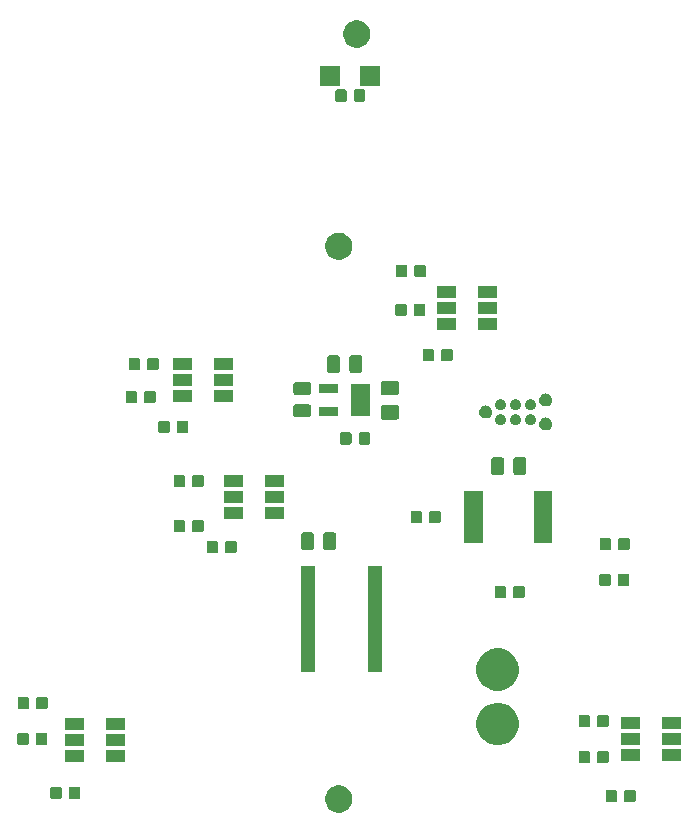
<source format=gts>
G04 #@! TF.GenerationSoftware,KiCad,Pcbnew,5.0.1*
G04 #@! TF.CreationDate,2018-12-05T15:45:31-06:00*
G04 #@! TF.ProjectId,chrimbus,636872696D6275732E6B696361645F70,rev?*
G04 #@! TF.SameCoordinates,Original*
G04 #@! TF.FileFunction,Soldermask,Top*
G04 #@! TF.FilePolarity,Negative*
%FSLAX46Y46*%
G04 Gerber Fmt 4.6, Leading zero omitted, Abs format (unit mm)*
G04 Created by KiCad (PCBNEW 5.0.1) date Wed 05 Dec 2018 03:45:31 PM CST*
%MOMM*%
%LPD*%
G01*
G04 APERTURE LIST*
%ADD10C,0.100000*%
G04 APERTURE END LIST*
D10*
G36*
X165943734Y-121067232D02*
X166153202Y-121153996D01*
X166341723Y-121279962D01*
X166502038Y-121440277D01*
X166628004Y-121628798D01*
X166714768Y-121838266D01*
X166759000Y-122060635D01*
X166759000Y-122287365D01*
X166714768Y-122509734D01*
X166628004Y-122719202D01*
X166502038Y-122907723D01*
X166341723Y-123068038D01*
X166153202Y-123194004D01*
X165943734Y-123280768D01*
X165721365Y-123325000D01*
X165494635Y-123325000D01*
X165272266Y-123280768D01*
X165062798Y-123194004D01*
X164874277Y-123068038D01*
X164713962Y-122907723D01*
X164587996Y-122719202D01*
X164501232Y-122509734D01*
X164457000Y-122287365D01*
X164457000Y-122060635D01*
X164501232Y-121838266D01*
X164587996Y-121628798D01*
X164713962Y-121440277D01*
X164874277Y-121279962D01*
X165062798Y-121153996D01*
X165272266Y-121067232D01*
X165494635Y-121023000D01*
X165721365Y-121023000D01*
X165943734Y-121067232D01*
X165943734Y-121067232D01*
G37*
G36*
X190613591Y-121398085D02*
X190647569Y-121408393D01*
X190678887Y-121425133D01*
X190706339Y-121447661D01*
X190728867Y-121475113D01*
X190745607Y-121506431D01*
X190755915Y-121540409D01*
X190760000Y-121581890D01*
X190760000Y-122258110D01*
X190755915Y-122299591D01*
X190745607Y-122333569D01*
X190728867Y-122364887D01*
X190706339Y-122392339D01*
X190678887Y-122414867D01*
X190647569Y-122431607D01*
X190613591Y-122441915D01*
X190572110Y-122446000D01*
X189970890Y-122446000D01*
X189929409Y-122441915D01*
X189895431Y-122431607D01*
X189864113Y-122414867D01*
X189836661Y-122392339D01*
X189814133Y-122364887D01*
X189797393Y-122333569D01*
X189787085Y-122299591D01*
X189783000Y-122258110D01*
X189783000Y-121581890D01*
X189787085Y-121540409D01*
X189797393Y-121506431D01*
X189814133Y-121475113D01*
X189836661Y-121447661D01*
X189864113Y-121425133D01*
X189895431Y-121408393D01*
X189929409Y-121398085D01*
X189970890Y-121394000D01*
X190572110Y-121394000D01*
X190613591Y-121398085D01*
X190613591Y-121398085D01*
G37*
G36*
X189038591Y-121398085D02*
X189072569Y-121408393D01*
X189103887Y-121425133D01*
X189131339Y-121447661D01*
X189153867Y-121475113D01*
X189170607Y-121506431D01*
X189180915Y-121540409D01*
X189185000Y-121581890D01*
X189185000Y-122258110D01*
X189180915Y-122299591D01*
X189170607Y-122333569D01*
X189153867Y-122364887D01*
X189131339Y-122392339D01*
X189103887Y-122414867D01*
X189072569Y-122431607D01*
X189038591Y-122441915D01*
X188997110Y-122446000D01*
X188395890Y-122446000D01*
X188354409Y-122441915D01*
X188320431Y-122431607D01*
X188289113Y-122414867D01*
X188261661Y-122392339D01*
X188239133Y-122364887D01*
X188222393Y-122333569D01*
X188212085Y-122299591D01*
X188208000Y-122258110D01*
X188208000Y-121581890D01*
X188212085Y-121540409D01*
X188222393Y-121506431D01*
X188239133Y-121475113D01*
X188261661Y-121447661D01*
X188289113Y-121425133D01*
X188320431Y-121408393D01*
X188354409Y-121398085D01*
X188395890Y-121394000D01*
X188997110Y-121394000D01*
X189038591Y-121398085D01*
X189038591Y-121398085D01*
G37*
G36*
X143598091Y-121144085D02*
X143632069Y-121154393D01*
X143663387Y-121171133D01*
X143690839Y-121193661D01*
X143713367Y-121221113D01*
X143730107Y-121252431D01*
X143740415Y-121286409D01*
X143744500Y-121327890D01*
X143744500Y-122004110D01*
X143740415Y-122045591D01*
X143730107Y-122079569D01*
X143713367Y-122110887D01*
X143690839Y-122138339D01*
X143663387Y-122160867D01*
X143632069Y-122177607D01*
X143598091Y-122187915D01*
X143556610Y-122192000D01*
X142955390Y-122192000D01*
X142913909Y-122187915D01*
X142879931Y-122177607D01*
X142848613Y-122160867D01*
X142821161Y-122138339D01*
X142798633Y-122110887D01*
X142781893Y-122079569D01*
X142771585Y-122045591D01*
X142767500Y-122004110D01*
X142767500Y-121327890D01*
X142771585Y-121286409D01*
X142781893Y-121252431D01*
X142798633Y-121221113D01*
X142821161Y-121193661D01*
X142848613Y-121171133D01*
X142879931Y-121154393D01*
X142913909Y-121144085D01*
X142955390Y-121140000D01*
X143556610Y-121140000D01*
X143598091Y-121144085D01*
X143598091Y-121144085D01*
G37*
G36*
X142023091Y-121144085D02*
X142057069Y-121154393D01*
X142088387Y-121171133D01*
X142115839Y-121193661D01*
X142138367Y-121221113D01*
X142155107Y-121252431D01*
X142165415Y-121286409D01*
X142169500Y-121327890D01*
X142169500Y-122004110D01*
X142165415Y-122045591D01*
X142155107Y-122079569D01*
X142138367Y-122110887D01*
X142115839Y-122138339D01*
X142088387Y-122160867D01*
X142057069Y-122177607D01*
X142023091Y-122187915D01*
X141981610Y-122192000D01*
X141380390Y-122192000D01*
X141338909Y-122187915D01*
X141304931Y-122177607D01*
X141273613Y-122160867D01*
X141246161Y-122138339D01*
X141223633Y-122110887D01*
X141206893Y-122079569D01*
X141196585Y-122045591D01*
X141192500Y-122004110D01*
X141192500Y-121327890D01*
X141196585Y-121286409D01*
X141206893Y-121252431D01*
X141223633Y-121221113D01*
X141246161Y-121193661D01*
X141273613Y-121171133D01*
X141304931Y-121154393D01*
X141338909Y-121144085D01*
X141380390Y-121140000D01*
X141981610Y-121140000D01*
X142023091Y-121144085D01*
X142023091Y-121144085D01*
G37*
G36*
X186752591Y-118096085D02*
X186786569Y-118106393D01*
X186817887Y-118123133D01*
X186845339Y-118145661D01*
X186867867Y-118173113D01*
X186884607Y-118204431D01*
X186894915Y-118238409D01*
X186899000Y-118279890D01*
X186899000Y-118956110D01*
X186894915Y-118997591D01*
X186884607Y-119031569D01*
X186867867Y-119062887D01*
X186845339Y-119090339D01*
X186817887Y-119112867D01*
X186786569Y-119129607D01*
X186752591Y-119139915D01*
X186711110Y-119144000D01*
X186109890Y-119144000D01*
X186068409Y-119139915D01*
X186034431Y-119129607D01*
X186003113Y-119112867D01*
X185975661Y-119090339D01*
X185953133Y-119062887D01*
X185936393Y-119031569D01*
X185926085Y-118997591D01*
X185922000Y-118956110D01*
X185922000Y-118279890D01*
X185926085Y-118238409D01*
X185936393Y-118204431D01*
X185953133Y-118173113D01*
X185975661Y-118145661D01*
X186003113Y-118123133D01*
X186034431Y-118106393D01*
X186068409Y-118096085D01*
X186109890Y-118092000D01*
X186711110Y-118092000D01*
X186752591Y-118096085D01*
X186752591Y-118096085D01*
G37*
G36*
X188327591Y-118096085D02*
X188361569Y-118106393D01*
X188392887Y-118123133D01*
X188420339Y-118145661D01*
X188442867Y-118173113D01*
X188459607Y-118204431D01*
X188469915Y-118238409D01*
X188474000Y-118279890D01*
X188474000Y-118956110D01*
X188469915Y-118997591D01*
X188459607Y-119031569D01*
X188442867Y-119062887D01*
X188420339Y-119090339D01*
X188392887Y-119112867D01*
X188361569Y-119129607D01*
X188327591Y-119139915D01*
X188286110Y-119144000D01*
X187684890Y-119144000D01*
X187643409Y-119139915D01*
X187609431Y-119129607D01*
X187578113Y-119112867D01*
X187550661Y-119090339D01*
X187528133Y-119062887D01*
X187511393Y-119031569D01*
X187501085Y-118997591D01*
X187497000Y-118956110D01*
X187497000Y-118279890D01*
X187501085Y-118238409D01*
X187511393Y-118204431D01*
X187528133Y-118173113D01*
X187550661Y-118145661D01*
X187578113Y-118123133D01*
X187609431Y-118106393D01*
X187643409Y-118096085D01*
X187684890Y-118092000D01*
X188286110Y-118092000D01*
X188327591Y-118096085D01*
X188327591Y-118096085D01*
G37*
G36*
X144057000Y-119025000D02*
X142455000Y-119025000D01*
X142455000Y-118023000D01*
X144057000Y-118023000D01*
X144057000Y-119025000D01*
X144057000Y-119025000D01*
G37*
G36*
X147557000Y-119025000D02*
X145955000Y-119025000D01*
X145955000Y-118023000D01*
X147557000Y-118023000D01*
X147557000Y-119025000D01*
X147557000Y-119025000D01*
G37*
G36*
X191103000Y-118945000D02*
X189501000Y-118945000D01*
X189501000Y-117943000D01*
X191103000Y-117943000D01*
X191103000Y-118945000D01*
X191103000Y-118945000D01*
G37*
G36*
X194603000Y-118945000D02*
X193001000Y-118945000D01*
X193001000Y-117943000D01*
X194603000Y-117943000D01*
X194603000Y-118945000D01*
X194603000Y-118945000D01*
G37*
G36*
X147557000Y-117675000D02*
X145955000Y-117675000D01*
X145955000Y-116673000D01*
X147557000Y-116673000D01*
X147557000Y-117675000D01*
X147557000Y-117675000D01*
G37*
G36*
X144057000Y-117675000D02*
X142455000Y-117675000D01*
X142455000Y-116673000D01*
X144057000Y-116673000D01*
X144057000Y-117675000D01*
X144057000Y-117675000D01*
G37*
G36*
X179595331Y-114092211D02*
X179923092Y-114227974D01*
X180218073Y-114425074D01*
X180468926Y-114675927D01*
X180666026Y-114970908D01*
X180801789Y-115298669D01*
X180871000Y-115646616D01*
X180871000Y-116001384D01*
X180801789Y-116349331D01*
X180666026Y-116677092D01*
X180468926Y-116972073D01*
X180218073Y-117222926D01*
X179923092Y-117420026D01*
X179595331Y-117555789D01*
X179247384Y-117625000D01*
X178892616Y-117625000D01*
X178544669Y-117555789D01*
X178216908Y-117420026D01*
X177921927Y-117222926D01*
X177671074Y-116972073D01*
X177473974Y-116677092D01*
X177338211Y-116349331D01*
X177269000Y-116001384D01*
X177269000Y-115646616D01*
X177338211Y-115298669D01*
X177473974Y-114970908D01*
X177671074Y-114675927D01*
X177921927Y-114425074D01*
X178216908Y-114227974D01*
X178544669Y-114092211D01*
X178892616Y-114023000D01*
X179247384Y-114023000D01*
X179595331Y-114092211D01*
X179595331Y-114092211D01*
G37*
G36*
X140804091Y-116572085D02*
X140838069Y-116582393D01*
X140869387Y-116599133D01*
X140896839Y-116621661D01*
X140919367Y-116649113D01*
X140936107Y-116680431D01*
X140946415Y-116714409D01*
X140950500Y-116755890D01*
X140950500Y-117432110D01*
X140946415Y-117473591D01*
X140936107Y-117507569D01*
X140919367Y-117538887D01*
X140896839Y-117566339D01*
X140869387Y-117588867D01*
X140838069Y-117605607D01*
X140804091Y-117615915D01*
X140762610Y-117620000D01*
X140161390Y-117620000D01*
X140119909Y-117615915D01*
X140085931Y-117605607D01*
X140054613Y-117588867D01*
X140027161Y-117566339D01*
X140004633Y-117538887D01*
X139987893Y-117507569D01*
X139977585Y-117473591D01*
X139973500Y-117432110D01*
X139973500Y-116755890D01*
X139977585Y-116714409D01*
X139987893Y-116680431D01*
X140004633Y-116649113D01*
X140027161Y-116621661D01*
X140054613Y-116599133D01*
X140085931Y-116582393D01*
X140119909Y-116572085D01*
X140161390Y-116568000D01*
X140762610Y-116568000D01*
X140804091Y-116572085D01*
X140804091Y-116572085D01*
G37*
G36*
X139229091Y-116572085D02*
X139263069Y-116582393D01*
X139294387Y-116599133D01*
X139321839Y-116621661D01*
X139344367Y-116649113D01*
X139361107Y-116680431D01*
X139371415Y-116714409D01*
X139375500Y-116755890D01*
X139375500Y-117432110D01*
X139371415Y-117473591D01*
X139361107Y-117507569D01*
X139344367Y-117538887D01*
X139321839Y-117566339D01*
X139294387Y-117588867D01*
X139263069Y-117605607D01*
X139229091Y-117615915D01*
X139187610Y-117620000D01*
X138586390Y-117620000D01*
X138544909Y-117615915D01*
X138510931Y-117605607D01*
X138479613Y-117588867D01*
X138452161Y-117566339D01*
X138429633Y-117538887D01*
X138412893Y-117507569D01*
X138402585Y-117473591D01*
X138398500Y-117432110D01*
X138398500Y-116755890D01*
X138402585Y-116714409D01*
X138412893Y-116680431D01*
X138429633Y-116649113D01*
X138452161Y-116621661D01*
X138479613Y-116599133D01*
X138510931Y-116582393D01*
X138544909Y-116572085D01*
X138586390Y-116568000D01*
X139187610Y-116568000D01*
X139229091Y-116572085D01*
X139229091Y-116572085D01*
G37*
G36*
X194603000Y-117595000D02*
X193001000Y-117595000D01*
X193001000Y-116593000D01*
X194603000Y-116593000D01*
X194603000Y-117595000D01*
X194603000Y-117595000D01*
G37*
G36*
X191103000Y-117595000D02*
X189501000Y-117595000D01*
X189501000Y-116593000D01*
X191103000Y-116593000D01*
X191103000Y-117595000D01*
X191103000Y-117595000D01*
G37*
G36*
X144057000Y-116325000D02*
X142455000Y-116325000D01*
X142455000Y-115323000D01*
X144057000Y-115323000D01*
X144057000Y-116325000D01*
X144057000Y-116325000D01*
G37*
G36*
X147557000Y-116325000D02*
X145955000Y-116325000D01*
X145955000Y-115323000D01*
X147557000Y-115323000D01*
X147557000Y-116325000D01*
X147557000Y-116325000D01*
G37*
G36*
X194603000Y-116245000D02*
X193001000Y-116245000D01*
X193001000Y-115243000D01*
X194603000Y-115243000D01*
X194603000Y-116245000D01*
X194603000Y-116245000D01*
G37*
G36*
X191103000Y-116245000D02*
X189501000Y-116245000D01*
X189501000Y-115243000D01*
X191103000Y-115243000D01*
X191103000Y-116245000D01*
X191103000Y-116245000D01*
G37*
G36*
X186752591Y-115048085D02*
X186786569Y-115058393D01*
X186817887Y-115075133D01*
X186845339Y-115097661D01*
X186867867Y-115125113D01*
X186884607Y-115156431D01*
X186894915Y-115190409D01*
X186899000Y-115231890D01*
X186899000Y-115908110D01*
X186894915Y-115949591D01*
X186884607Y-115983569D01*
X186867867Y-116014887D01*
X186845339Y-116042339D01*
X186817887Y-116064867D01*
X186786569Y-116081607D01*
X186752591Y-116091915D01*
X186711110Y-116096000D01*
X186109890Y-116096000D01*
X186068409Y-116091915D01*
X186034431Y-116081607D01*
X186003113Y-116064867D01*
X185975661Y-116042339D01*
X185953133Y-116014887D01*
X185936393Y-115983569D01*
X185926085Y-115949591D01*
X185922000Y-115908110D01*
X185922000Y-115231890D01*
X185926085Y-115190409D01*
X185936393Y-115156431D01*
X185953133Y-115125113D01*
X185975661Y-115097661D01*
X186003113Y-115075133D01*
X186034431Y-115058393D01*
X186068409Y-115048085D01*
X186109890Y-115044000D01*
X186711110Y-115044000D01*
X186752591Y-115048085D01*
X186752591Y-115048085D01*
G37*
G36*
X188327591Y-115048085D02*
X188361569Y-115058393D01*
X188392887Y-115075133D01*
X188420339Y-115097661D01*
X188442867Y-115125113D01*
X188459607Y-115156431D01*
X188469915Y-115190409D01*
X188474000Y-115231890D01*
X188474000Y-115908110D01*
X188469915Y-115949591D01*
X188459607Y-115983569D01*
X188442867Y-116014887D01*
X188420339Y-116042339D01*
X188392887Y-116064867D01*
X188361569Y-116081607D01*
X188327591Y-116091915D01*
X188286110Y-116096000D01*
X187684890Y-116096000D01*
X187643409Y-116091915D01*
X187609431Y-116081607D01*
X187578113Y-116064867D01*
X187550661Y-116042339D01*
X187528133Y-116014887D01*
X187511393Y-115983569D01*
X187501085Y-115949591D01*
X187497000Y-115908110D01*
X187497000Y-115231890D01*
X187501085Y-115190409D01*
X187511393Y-115156431D01*
X187528133Y-115125113D01*
X187550661Y-115097661D01*
X187578113Y-115075133D01*
X187609431Y-115058393D01*
X187643409Y-115048085D01*
X187684890Y-115044000D01*
X188286110Y-115044000D01*
X188327591Y-115048085D01*
X188327591Y-115048085D01*
G37*
G36*
X140829591Y-113524085D02*
X140863569Y-113534393D01*
X140894887Y-113551133D01*
X140922339Y-113573661D01*
X140944867Y-113601113D01*
X140961607Y-113632431D01*
X140971915Y-113666409D01*
X140976000Y-113707890D01*
X140976000Y-114384110D01*
X140971915Y-114425591D01*
X140961607Y-114459569D01*
X140944867Y-114490887D01*
X140922339Y-114518339D01*
X140894887Y-114540867D01*
X140863569Y-114557607D01*
X140829591Y-114567915D01*
X140788110Y-114572000D01*
X140186890Y-114572000D01*
X140145409Y-114567915D01*
X140111431Y-114557607D01*
X140080113Y-114540867D01*
X140052661Y-114518339D01*
X140030133Y-114490887D01*
X140013393Y-114459569D01*
X140003085Y-114425591D01*
X139999000Y-114384110D01*
X139999000Y-113707890D01*
X140003085Y-113666409D01*
X140013393Y-113632431D01*
X140030133Y-113601113D01*
X140052661Y-113573661D01*
X140080113Y-113551133D01*
X140111431Y-113534393D01*
X140145409Y-113524085D01*
X140186890Y-113520000D01*
X140788110Y-113520000D01*
X140829591Y-113524085D01*
X140829591Y-113524085D01*
G37*
G36*
X139254591Y-113524085D02*
X139288569Y-113534393D01*
X139319887Y-113551133D01*
X139347339Y-113573661D01*
X139369867Y-113601113D01*
X139386607Y-113632431D01*
X139396915Y-113666409D01*
X139401000Y-113707890D01*
X139401000Y-114384110D01*
X139396915Y-114425591D01*
X139386607Y-114459569D01*
X139369867Y-114490887D01*
X139347339Y-114518339D01*
X139319887Y-114540867D01*
X139288569Y-114557607D01*
X139254591Y-114567915D01*
X139213110Y-114572000D01*
X138611890Y-114572000D01*
X138570409Y-114567915D01*
X138536431Y-114557607D01*
X138505113Y-114540867D01*
X138477661Y-114518339D01*
X138455133Y-114490887D01*
X138438393Y-114459569D01*
X138428085Y-114425591D01*
X138424000Y-114384110D01*
X138424000Y-113707890D01*
X138428085Y-113666409D01*
X138438393Y-113632431D01*
X138455133Y-113601113D01*
X138477661Y-113573661D01*
X138505113Y-113551133D01*
X138536431Y-113534393D01*
X138570409Y-113524085D01*
X138611890Y-113520000D01*
X139213110Y-113520000D01*
X139254591Y-113524085D01*
X139254591Y-113524085D01*
G37*
G36*
X179595331Y-109492211D02*
X179923092Y-109627974D01*
X180218073Y-109825074D01*
X180468926Y-110075927D01*
X180666026Y-110370908D01*
X180801789Y-110698669D01*
X180871000Y-111046616D01*
X180871000Y-111401384D01*
X180801789Y-111749331D01*
X180666026Y-112077092D01*
X180468926Y-112372073D01*
X180218073Y-112622926D01*
X179923092Y-112820026D01*
X179595331Y-112955789D01*
X179247384Y-113025000D01*
X178892616Y-113025000D01*
X178544669Y-112955789D01*
X178216908Y-112820026D01*
X177921927Y-112622926D01*
X177671074Y-112372073D01*
X177473974Y-112077092D01*
X177338211Y-111749331D01*
X177269000Y-111401384D01*
X177269000Y-111046616D01*
X177338211Y-110698669D01*
X177473974Y-110370908D01*
X177671074Y-110075927D01*
X177921927Y-109825074D01*
X178216908Y-109627974D01*
X178544669Y-109492211D01*
X178892616Y-109423000D01*
X179247384Y-109423000D01*
X179595331Y-109492211D01*
X179595331Y-109492211D01*
G37*
G36*
X163613000Y-111410000D02*
X162411000Y-111410000D01*
X162411000Y-102458000D01*
X163613000Y-102458000D01*
X163613000Y-111410000D01*
X163613000Y-111410000D01*
G37*
G36*
X169313000Y-111410000D02*
X168111000Y-111410000D01*
X168111000Y-102458000D01*
X169313000Y-102458000D01*
X169313000Y-111410000D01*
X169313000Y-111410000D01*
G37*
G36*
X181215591Y-104126085D02*
X181249569Y-104136393D01*
X181280887Y-104153133D01*
X181308339Y-104175661D01*
X181330867Y-104203113D01*
X181347607Y-104234431D01*
X181357915Y-104268409D01*
X181362000Y-104309890D01*
X181362000Y-104986110D01*
X181357915Y-105027591D01*
X181347607Y-105061569D01*
X181330867Y-105092887D01*
X181308339Y-105120339D01*
X181280887Y-105142867D01*
X181249569Y-105159607D01*
X181215591Y-105169915D01*
X181174110Y-105174000D01*
X180572890Y-105174000D01*
X180531409Y-105169915D01*
X180497431Y-105159607D01*
X180466113Y-105142867D01*
X180438661Y-105120339D01*
X180416133Y-105092887D01*
X180399393Y-105061569D01*
X180389085Y-105027591D01*
X180385000Y-104986110D01*
X180385000Y-104309890D01*
X180389085Y-104268409D01*
X180399393Y-104234431D01*
X180416133Y-104203113D01*
X180438661Y-104175661D01*
X180466113Y-104153133D01*
X180497431Y-104136393D01*
X180531409Y-104126085D01*
X180572890Y-104122000D01*
X181174110Y-104122000D01*
X181215591Y-104126085D01*
X181215591Y-104126085D01*
G37*
G36*
X179640591Y-104126085D02*
X179674569Y-104136393D01*
X179705887Y-104153133D01*
X179733339Y-104175661D01*
X179755867Y-104203113D01*
X179772607Y-104234431D01*
X179782915Y-104268409D01*
X179787000Y-104309890D01*
X179787000Y-104986110D01*
X179782915Y-105027591D01*
X179772607Y-105061569D01*
X179755867Y-105092887D01*
X179733339Y-105120339D01*
X179705887Y-105142867D01*
X179674569Y-105159607D01*
X179640591Y-105169915D01*
X179599110Y-105174000D01*
X178997890Y-105174000D01*
X178956409Y-105169915D01*
X178922431Y-105159607D01*
X178891113Y-105142867D01*
X178863661Y-105120339D01*
X178841133Y-105092887D01*
X178824393Y-105061569D01*
X178814085Y-105027591D01*
X178810000Y-104986110D01*
X178810000Y-104309890D01*
X178814085Y-104268409D01*
X178824393Y-104234431D01*
X178841133Y-104203113D01*
X178863661Y-104175661D01*
X178891113Y-104153133D01*
X178922431Y-104136393D01*
X178956409Y-104126085D01*
X178997890Y-104122000D01*
X179599110Y-104122000D01*
X179640591Y-104126085D01*
X179640591Y-104126085D01*
G37*
G36*
X190080091Y-103110085D02*
X190114069Y-103120393D01*
X190145387Y-103137133D01*
X190172839Y-103159661D01*
X190195367Y-103187113D01*
X190212107Y-103218431D01*
X190222415Y-103252409D01*
X190226500Y-103293890D01*
X190226500Y-103970110D01*
X190222415Y-104011591D01*
X190212107Y-104045569D01*
X190195367Y-104076887D01*
X190172839Y-104104339D01*
X190145387Y-104126867D01*
X190114069Y-104143607D01*
X190080091Y-104153915D01*
X190038610Y-104158000D01*
X189437390Y-104158000D01*
X189395909Y-104153915D01*
X189361931Y-104143607D01*
X189330613Y-104126867D01*
X189303161Y-104104339D01*
X189280633Y-104076887D01*
X189263893Y-104045569D01*
X189253585Y-104011591D01*
X189249500Y-103970110D01*
X189249500Y-103293890D01*
X189253585Y-103252409D01*
X189263893Y-103218431D01*
X189280633Y-103187113D01*
X189303161Y-103159661D01*
X189330613Y-103137133D01*
X189361931Y-103120393D01*
X189395909Y-103110085D01*
X189437390Y-103106000D01*
X190038610Y-103106000D01*
X190080091Y-103110085D01*
X190080091Y-103110085D01*
G37*
G36*
X188505091Y-103110085D02*
X188539069Y-103120393D01*
X188570387Y-103137133D01*
X188597839Y-103159661D01*
X188620367Y-103187113D01*
X188637107Y-103218431D01*
X188647415Y-103252409D01*
X188651500Y-103293890D01*
X188651500Y-103970110D01*
X188647415Y-104011591D01*
X188637107Y-104045569D01*
X188620367Y-104076887D01*
X188597839Y-104104339D01*
X188570387Y-104126867D01*
X188539069Y-104143607D01*
X188505091Y-104153915D01*
X188463610Y-104158000D01*
X187862390Y-104158000D01*
X187820909Y-104153915D01*
X187786931Y-104143607D01*
X187755613Y-104126867D01*
X187728161Y-104104339D01*
X187705633Y-104076887D01*
X187688893Y-104045569D01*
X187678585Y-104011591D01*
X187674500Y-103970110D01*
X187674500Y-103293890D01*
X187678585Y-103252409D01*
X187688893Y-103218431D01*
X187705633Y-103187113D01*
X187728161Y-103159661D01*
X187755613Y-103137133D01*
X187786931Y-103120393D01*
X187820909Y-103110085D01*
X187862390Y-103106000D01*
X188463610Y-103106000D01*
X188505091Y-103110085D01*
X188505091Y-103110085D01*
G37*
G36*
X156831591Y-100316085D02*
X156865569Y-100326393D01*
X156896887Y-100343133D01*
X156924339Y-100365661D01*
X156946867Y-100393113D01*
X156963607Y-100424431D01*
X156973915Y-100458409D01*
X156978000Y-100499890D01*
X156978000Y-101176110D01*
X156973915Y-101217591D01*
X156963607Y-101251569D01*
X156946867Y-101282887D01*
X156924339Y-101310339D01*
X156896887Y-101332867D01*
X156865569Y-101349607D01*
X156831591Y-101359915D01*
X156790110Y-101364000D01*
X156188890Y-101364000D01*
X156147409Y-101359915D01*
X156113431Y-101349607D01*
X156082113Y-101332867D01*
X156054661Y-101310339D01*
X156032133Y-101282887D01*
X156015393Y-101251569D01*
X156005085Y-101217591D01*
X156001000Y-101176110D01*
X156001000Y-100499890D01*
X156005085Y-100458409D01*
X156015393Y-100424431D01*
X156032133Y-100393113D01*
X156054661Y-100365661D01*
X156082113Y-100343133D01*
X156113431Y-100326393D01*
X156147409Y-100316085D01*
X156188890Y-100312000D01*
X156790110Y-100312000D01*
X156831591Y-100316085D01*
X156831591Y-100316085D01*
G37*
G36*
X155256591Y-100316085D02*
X155290569Y-100326393D01*
X155321887Y-100343133D01*
X155349339Y-100365661D01*
X155371867Y-100393113D01*
X155388607Y-100424431D01*
X155398915Y-100458409D01*
X155403000Y-100499890D01*
X155403000Y-101176110D01*
X155398915Y-101217591D01*
X155388607Y-101251569D01*
X155371867Y-101282887D01*
X155349339Y-101310339D01*
X155321887Y-101332867D01*
X155290569Y-101349607D01*
X155256591Y-101359915D01*
X155215110Y-101364000D01*
X154613890Y-101364000D01*
X154572409Y-101359915D01*
X154538431Y-101349607D01*
X154507113Y-101332867D01*
X154479661Y-101310339D01*
X154457133Y-101282887D01*
X154440393Y-101251569D01*
X154430085Y-101217591D01*
X154426000Y-101176110D01*
X154426000Y-100499890D01*
X154430085Y-100458409D01*
X154440393Y-100424431D01*
X154457133Y-100393113D01*
X154479661Y-100365661D01*
X154507113Y-100343133D01*
X154538431Y-100326393D01*
X154572409Y-100316085D01*
X154613890Y-100312000D01*
X155215110Y-100312000D01*
X155256591Y-100316085D01*
X155256591Y-100316085D01*
G37*
G36*
X190105591Y-100062085D02*
X190139569Y-100072393D01*
X190170887Y-100089133D01*
X190198339Y-100111661D01*
X190220867Y-100139113D01*
X190237607Y-100170431D01*
X190247915Y-100204409D01*
X190252000Y-100245890D01*
X190252000Y-100922110D01*
X190247915Y-100963591D01*
X190237607Y-100997569D01*
X190220867Y-101028887D01*
X190198339Y-101056339D01*
X190170887Y-101078867D01*
X190139569Y-101095607D01*
X190105591Y-101105915D01*
X190064110Y-101110000D01*
X189462890Y-101110000D01*
X189421409Y-101105915D01*
X189387431Y-101095607D01*
X189356113Y-101078867D01*
X189328661Y-101056339D01*
X189306133Y-101028887D01*
X189289393Y-100997569D01*
X189279085Y-100963591D01*
X189275000Y-100922110D01*
X189275000Y-100245890D01*
X189279085Y-100204409D01*
X189289393Y-100170431D01*
X189306133Y-100139113D01*
X189328661Y-100111661D01*
X189356113Y-100089133D01*
X189387431Y-100072393D01*
X189421409Y-100062085D01*
X189462890Y-100058000D01*
X190064110Y-100058000D01*
X190105591Y-100062085D01*
X190105591Y-100062085D01*
G37*
G36*
X188530591Y-100062085D02*
X188564569Y-100072393D01*
X188595887Y-100089133D01*
X188623339Y-100111661D01*
X188645867Y-100139113D01*
X188662607Y-100170431D01*
X188672915Y-100204409D01*
X188677000Y-100245890D01*
X188677000Y-100922110D01*
X188672915Y-100963591D01*
X188662607Y-100997569D01*
X188645867Y-101028887D01*
X188623339Y-101056339D01*
X188595887Y-101078867D01*
X188564569Y-101095607D01*
X188530591Y-101105915D01*
X188489110Y-101110000D01*
X187887890Y-101110000D01*
X187846409Y-101105915D01*
X187812431Y-101095607D01*
X187781113Y-101078867D01*
X187753661Y-101056339D01*
X187731133Y-101028887D01*
X187714393Y-100997569D01*
X187704085Y-100963591D01*
X187700000Y-100922110D01*
X187700000Y-100245890D01*
X187704085Y-100204409D01*
X187714393Y-100170431D01*
X187731133Y-100139113D01*
X187753661Y-100111661D01*
X187781113Y-100089133D01*
X187812431Y-100072393D01*
X187846409Y-100062085D01*
X187887890Y-100058000D01*
X188489110Y-100058000D01*
X188530591Y-100062085D01*
X188530591Y-100062085D01*
G37*
G36*
X163342966Y-99583565D02*
X163381637Y-99595296D01*
X163417279Y-99614348D01*
X163448517Y-99639983D01*
X163474152Y-99671221D01*
X163493204Y-99706863D01*
X163504935Y-99745534D01*
X163509500Y-99791888D01*
X163509500Y-100868112D01*
X163504935Y-100914466D01*
X163493204Y-100953137D01*
X163474152Y-100988779D01*
X163448517Y-101020017D01*
X163417279Y-101045652D01*
X163381637Y-101064704D01*
X163342966Y-101076435D01*
X163296612Y-101081000D01*
X162645388Y-101081000D01*
X162599034Y-101076435D01*
X162560363Y-101064704D01*
X162524721Y-101045652D01*
X162493483Y-101020017D01*
X162467848Y-100988779D01*
X162448796Y-100953137D01*
X162437065Y-100914466D01*
X162432500Y-100868112D01*
X162432500Y-99791888D01*
X162437065Y-99745534D01*
X162448796Y-99706863D01*
X162467848Y-99671221D01*
X162493483Y-99639983D01*
X162524721Y-99614348D01*
X162560363Y-99595296D01*
X162599034Y-99583565D01*
X162645388Y-99579000D01*
X163296612Y-99579000D01*
X163342966Y-99583565D01*
X163342966Y-99583565D01*
G37*
G36*
X165217966Y-99583565D02*
X165256637Y-99595296D01*
X165292279Y-99614348D01*
X165323517Y-99639983D01*
X165349152Y-99671221D01*
X165368204Y-99706863D01*
X165379935Y-99745534D01*
X165384500Y-99791888D01*
X165384500Y-100868112D01*
X165379935Y-100914466D01*
X165368204Y-100953137D01*
X165349152Y-100988779D01*
X165323517Y-101020017D01*
X165292279Y-101045652D01*
X165256637Y-101064704D01*
X165217966Y-101076435D01*
X165171612Y-101081000D01*
X164520388Y-101081000D01*
X164474034Y-101076435D01*
X164435363Y-101064704D01*
X164399721Y-101045652D01*
X164368483Y-101020017D01*
X164342848Y-100988779D01*
X164323796Y-100953137D01*
X164312065Y-100914466D01*
X164307500Y-100868112D01*
X164307500Y-99791888D01*
X164312065Y-99745534D01*
X164323796Y-99706863D01*
X164342848Y-99671221D01*
X164368483Y-99639983D01*
X164399721Y-99614348D01*
X164435363Y-99595296D01*
X164474034Y-99583565D01*
X164520388Y-99579000D01*
X165171612Y-99579000D01*
X165217966Y-99583565D01*
X165217966Y-99583565D01*
G37*
G36*
X177814000Y-100524000D02*
X176262000Y-100524000D01*
X176262000Y-96072000D01*
X177814000Y-96072000D01*
X177814000Y-100524000D01*
X177814000Y-100524000D01*
G37*
G36*
X183714000Y-100524000D02*
X182162000Y-100524000D01*
X182162000Y-96072000D01*
X183714000Y-96072000D01*
X183714000Y-100524000D01*
X183714000Y-100524000D01*
G37*
G36*
X154037591Y-98538085D02*
X154071569Y-98548393D01*
X154102887Y-98565133D01*
X154130339Y-98587661D01*
X154152867Y-98615113D01*
X154169607Y-98646431D01*
X154179915Y-98680409D01*
X154184000Y-98721890D01*
X154184000Y-99398110D01*
X154179915Y-99439591D01*
X154169607Y-99473569D01*
X154152867Y-99504887D01*
X154130339Y-99532339D01*
X154102887Y-99554867D01*
X154071569Y-99571607D01*
X154037591Y-99581915D01*
X153996110Y-99586000D01*
X153394890Y-99586000D01*
X153353409Y-99581915D01*
X153319431Y-99571607D01*
X153288113Y-99554867D01*
X153260661Y-99532339D01*
X153238133Y-99504887D01*
X153221393Y-99473569D01*
X153211085Y-99439591D01*
X153207000Y-99398110D01*
X153207000Y-98721890D01*
X153211085Y-98680409D01*
X153221393Y-98646431D01*
X153238133Y-98615113D01*
X153260661Y-98587661D01*
X153288113Y-98565133D01*
X153319431Y-98548393D01*
X153353409Y-98538085D01*
X153394890Y-98534000D01*
X153996110Y-98534000D01*
X154037591Y-98538085D01*
X154037591Y-98538085D01*
G37*
G36*
X152462591Y-98538085D02*
X152496569Y-98548393D01*
X152527887Y-98565133D01*
X152555339Y-98587661D01*
X152577867Y-98615113D01*
X152594607Y-98646431D01*
X152604915Y-98680409D01*
X152609000Y-98721890D01*
X152609000Y-99398110D01*
X152604915Y-99439591D01*
X152594607Y-99473569D01*
X152577867Y-99504887D01*
X152555339Y-99532339D01*
X152527887Y-99554867D01*
X152496569Y-99571607D01*
X152462591Y-99581915D01*
X152421110Y-99586000D01*
X151819890Y-99586000D01*
X151778409Y-99581915D01*
X151744431Y-99571607D01*
X151713113Y-99554867D01*
X151685661Y-99532339D01*
X151663133Y-99504887D01*
X151646393Y-99473569D01*
X151636085Y-99439591D01*
X151632000Y-99398110D01*
X151632000Y-98721890D01*
X151636085Y-98680409D01*
X151646393Y-98646431D01*
X151663133Y-98615113D01*
X151685661Y-98587661D01*
X151713113Y-98565133D01*
X151744431Y-98548393D01*
X151778409Y-98538085D01*
X151819890Y-98534000D01*
X152421110Y-98534000D01*
X152462591Y-98538085D01*
X152462591Y-98538085D01*
G37*
G36*
X174103591Y-97776085D02*
X174137569Y-97786393D01*
X174168887Y-97803133D01*
X174196339Y-97825661D01*
X174218867Y-97853113D01*
X174235607Y-97884431D01*
X174245915Y-97918409D01*
X174250000Y-97959890D01*
X174250000Y-98636110D01*
X174245915Y-98677591D01*
X174235607Y-98711569D01*
X174218867Y-98742887D01*
X174196339Y-98770339D01*
X174168887Y-98792867D01*
X174137569Y-98809607D01*
X174103591Y-98819915D01*
X174062110Y-98824000D01*
X173460890Y-98824000D01*
X173419409Y-98819915D01*
X173385431Y-98809607D01*
X173354113Y-98792867D01*
X173326661Y-98770339D01*
X173304133Y-98742887D01*
X173287393Y-98711569D01*
X173277085Y-98677591D01*
X173273000Y-98636110D01*
X173273000Y-97959890D01*
X173277085Y-97918409D01*
X173287393Y-97884431D01*
X173304133Y-97853113D01*
X173326661Y-97825661D01*
X173354113Y-97803133D01*
X173385431Y-97786393D01*
X173419409Y-97776085D01*
X173460890Y-97772000D01*
X174062110Y-97772000D01*
X174103591Y-97776085D01*
X174103591Y-97776085D01*
G37*
G36*
X172528591Y-97776085D02*
X172562569Y-97786393D01*
X172593887Y-97803133D01*
X172621339Y-97825661D01*
X172643867Y-97853113D01*
X172660607Y-97884431D01*
X172670915Y-97918409D01*
X172675000Y-97959890D01*
X172675000Y-98636110D01*
X172670915Y-98677591D01*
X172660607Y-98711569D01*
X172643867Y-98742887D01*
X172621339Y-98770339D01*
X172593887Y-98792867D01*
X172562569Y-98809607D01*
X172528591Y-98819915D01*
X172487110Y-98824000D01*
X171885890Y-98824000D01*
X171844409Y-98819915D01*
X171810431Y-98809607D01*
X171779113Y-98792867D01*
X171751661Y-98770339D01*
X171729133Y-98742887D01*
X171712393Y-98711569D01*
X171702085Y-98677591D01*
X171698000Y-98636110D01*
X171698000Y-97959890D01*
X171702085Y-97918409D01*
X171712393Y-97884431D01*
X171729133Y-97853113D01*
X171751661Y-97825661D01*
X171779113Y-97803133D01*
X171810431Y-97786393D01*
X171844409Y-97776085D01*
X171885890Y-97772000D01*
X172487110Y-97772000D01*
X172528591Y-97776085D01*
X172528591Y-97776085D01*
G37*
G36*
X161019000Y-98451000D02*
X159417000Y-98451000D01*
X159417000Y-97449000D01*
X161019000Y-97449000D01*
X161019000Y-98451000D01*
X161019000Y-98451000D01*
G37*
G36*
X157519000Y-98451000D02*
X155917000Y-98451000D01*
X155917000Y-97449000D01*
X157519000Y-97449000D01*
X157519000Y-98451000D01*
X157519000Y-98451000D01*
G37*
G36*
X157519000Y-97101000D02*
X155917000Y-97101000D01*
X155917000Y-96099000D01*
X157519000Y-96099000D01*
X157519000Y-97101000D01*
X157519000Y-97101000D01*
G37*
G36*
X161019000Y-97101000D02*
X159417000Y-97101000D01*
X159417000Y-96099000D01*
X161019000Y-96099000D01*
X161019000Y-97101000D01*
X161019000Y-97101000D01*
G37*
G36*
X152462591Y-94728085D02*
X152496569Y-94738393D01*
X152527887Y-94755133D01*
X152555339Y-94777661D01*
X152577867Y-94805113D01*
X152594607Y-94836431D01*
X152604915Y-94870409D01*
X152609000Y-94911890D01*
X152609000Y-95588110D01*
X152604915Y-95629591D01*
X152594607Y-95663569D01*
X152577867Y-95694887D01*
X152555339Y-95722339D01*
X152527887Y-95744867D01*
X152496569Y-95761607D01*
X152462591Y-95771915D01*
X152421110Y-95776000D01*
X151819890Y-95776000D01*
X151778409Y-95771915D01*
X151744431Y-95761607D01*
X151713113Y-95744867D01*
X151685661Y-95722339D01*
X151663133Y-95694887D01*
X151646393Y-95663569D01*
X151636085Y-95629591D01*
X151632000Y-95588110D01*
X151632000Y-94911890D01*
X151636085Y-94870409D01*
X151646393Y-94836431D01*
X151663133Y-94805113D01*
X151685661Y-94777661D01*
X151713113Y-94755133D01*
X151744431Y-94738393D01*
X151778409Y-94728085D01*
X151819890Y-94724000D01*
X152421110Y-94724000D01*
X152462591Y-94728085D01*
X152462591Y-94728085D01*
G37*
G36*
X154037591Y-94728085D02*
X154071569Y-94738393D01*
X154102887Y-94755133D01*
X154130339Y-94777661D01*
X154152867Y-94805113D01*
X154169607Y-94836431D01*
X154179915Y-94870409D01*
X154184000Y-94911890D01*
X154184000Y-95588110D01*
X154179915Y-95629591D01*
X154169607Y-95663569D01*
X154152867Y-95694887D01*
X154130339Y-95722339D01*
X154102887Y-95744867D01*
X154071569Y-95761607D01*
X154037591Y-95771915D01*
X153996110Y-95776000D01*
X153394890Y-95776000D01*
X153353409Y-95771915D01*
X153319431Y-95761607D01*
X153288113Y-95744867D01*
X153260661Y-95722339D01*
X153238133Y-95694887D01*
X153221393Y-95663569D01*
X153211085Y-95629591D01*
X153207000Y-95588110D01*
X153207000Y-94911890D01*
X153211085Y-94870409D01*
X153221393Y-94836431D01*
X153238133Y-94805113D01*
X153260661Y-94777661D01*
X153288113Y-94755133D01*
X153319431Y-94738393D01*
X153353409Y-94728085D01*
X153394890Y-94724000D01*
X153996110Y-94724000D01*
X154037591Y-94728085D01*
X154037591Y-94728085D01*
G37*
G36*
X161019000Y-95751000D02*
X159417000Y-95751000D01*
X159417000Y-94749000D01*
X161019000Y-94749000D01*
X161019000Y-95751000D01*
X161019000Y-95751000D01*
G37*
G36*
X157519000Y-95751000D02*
X155917000Y-95751000D01*
X155917000Y-94749000D01*
X157519000Y-94749000D01*
X157519000Y-95751000D01*
X157519000Y-95751000D01*
G37*
G36*
X181316966Y-93233565D02*
X181355637Y-93245296D01*
X181391279Y-93264348D01*
X181422517Y-93289983D01*
X181448152Y-93321221D01*
X181467204Y-93356863D01*
X181478935Y-93395534D01*
X181483500Y-93441888D01*
X181483500Y-94518112D01*
X181478935Y-94564466D01*
X181467204Y-94603137D01*
X181448152Y-94638779D01*
X181422517Y-94670017D01*
X181391279Y-94695652D01*
X181355637Y-94714704D01*
X181316966Y-94726435D01*
X181270612Y-94731000D01*
X180619388Y-94731000D01*
X180573034Y-94726435D01*
X180534363Y-94714704D01*
X180498721Y-94695652D01*
X180467483Y-94670017D01*
X180441848Y-94638779D01*
X180422796Y-94603137D01*
X180411065Y-94564466D01*
X180406500Y-94518112D01*
X180406500Y-93441888D01*
X180411065Y-93395534D01*
X180422796Y-93356863D01*
X180441848Y-93321221D01*
X180467483Y-93289983D01*
X180498721Y-93264348D01*
X180534363Y-93245296D01*
X180573034Y-93233565D01*
X180619388Y-93229000D01*
X181270612Y-93229000D01*
X181316966Y-93233565D01*
X181316966Y-93233565D01*
G37*
G36*
X179441966Y-93233565D02*
X179480637Y-93245296D01*
X179516279Y-93264348D01*
X179547517Y-93289983D01*
X179573152Y-93321221D01*
X179592204Y-93356863D01*
X179603935Y-93395534D01*
X179608500Y-93441888D01*
X179608500Y-94518112D01*
X179603935Y-94564466D01*
X179592204Y-94603137D01*
X179573152Y-94638779D01*
X179547517Y-94670017D01*
X179516279Y-94695652D01*
X179480637Y-94714704D01*
X179441966Y-94726435D01*
X179395612Y-94731000D01*
X178744388Y-94731000D01*
X178698034Y-94726435D01*
X178659363Y-94714704D01*
X178623721Y-94695652D01*
X178592483Y-94670017D01*
X178566848Y-94638779D01*
X178547796Y-94603137D01*
X178536065Y-94564466D01*
X178531500Y-94518112D01*
X178531500Y-93441888D01*
X178536065Y-93395534D01*
X178547796Y-93356863D01*
X178566848Y-93321221D01*
X178592483Y-93289983D01*
X178623721Y-93264348D01*
X178659363Y-93245296D01*
X178698034Y-93233565D01*
X178744388Y-93229000D01*
X179395612Y-93229000D01*
X179441966Y-93233565D01*
X179441966Y-93233565D01*
G37*
G36*
X168134491Y-91121285D02*
X168168469Y-91131593D01*
X168199787Y-91148333D01*
X168227239Y-91170861D01*
X168249767Y-91198313D01*
X168266507Y-91229631D01*
X168276815Y-91263609D01*
X168280900Y-91305090D01*
X168280900Y-91981310D01*
X168276815Y-92022791D01*
X168266507Y-92056769D01*
X168249767Y-92088087D01*
X168227239Y-92115539D01*
X168199787Y-92138067D01*
X168168469Y-92154807D01*
X168134491Y-92165115D01*
X168093010Y-92169200D01*
X167491790Y-92169200D01*
X167450309Y-92165115D01*
X167416331Y-92154807D01*
X167385013Y-92138067D01*
X167357561Y-92115539D01*
X167335033Y-92088087D01*
X167318293Y-92056769D01*
X167307985Y-92022791D01*
X167303900Y-91981310D01*
X167303900Y-91305090D01*
X167307985Y-91263609D01*
X167318293Y-91229631D01*
X167335033Y-91198313D01*
X167357561Y-91170861D01*
X167385013Y-91148333D01*
X167416331Y-91131593D01*
X167450309Y-91121285D01*
X167491790Y-91117200D01*
X168093010Y-91117200D01*
X168134491Y-91121285D01*
X168134491Y-91121285D01*
G37*
G36*
X166559491Y-91121285D02*
X166593469Y-91131593D01*
X166624787Y-91148333D01*
X166652239Y-91170861D01*
X166674767Y-91198313D01*
X166691507Y-91229631D01*
X166701815Y-91263609D01*
X166705900Y-91305090D01*
X166705900Y-91981310D01*
X166701815Y-92022791D01*
X166691507Y-92056769D01*
X166674767Y-92088087D01*
X166652239Y-92115539D01*
X166624787Y-92138067D01*
X166593469Y-92154807D01*
X166559491Y-92165115D01*
X166518010Y-92169200D01*
X165916790Y-92169200D01*
X165875309Y-92165115D01*
X165841331Y-92154807D01*
X165810013Y-92138067D01*
X165782561Y-92115539D01*
X165760033Y-92088087D01*
X165743293Y-92056769D01*
X165732985Y-92022791D01*
X165728900Y-91981310D01*
X165728900Y-91305090D01*
X165732985Y-91263609D01*
X165743293Y-91229631D01*
X165760033Y-91198313D01*
X165782561Y-91170861D01*
X165810013Y-91148333D01*
X165841331Y-91131593D01*
X165875309Y-91121285D01*
X165916790Y-91117200D01*
X166518010Y-91117200D01*
X166559491Y-91121285D01*
X166559491Y-91121285D01*
G37*
G36*
X151167091Y-90156085D02*
X151201069Y-90166393D01*
X151232387Y-90183133D01*
X151259839Y-90205661D01*
X151282367Y-90233113D01*
X151299107Y-90264431D01*
X151309415Y-90298409D01*
X151313500Y-90339890D01*
X151313500Y-91016110D01*
X151309415Y-91057591D01*
X151299107Y-91091569D01*
X151282367Y-91122887D01*
X151259839Y-91150339D01*
X151232387Y-91172867D01*
X151201069Y-91189607D01*
X151167091Y-91199915D01*
X151125610Y-91204000D01*
X150524390Y-91204000D01*
X150482909Y-91199915D01*
X150448931Y-91189607D01*
X150417613Y-91172867D01*
X150390161Y-91150339D01*
X150367633Y-91122887D01*
X150350893Y-91091569D01*
X150340585Y-91057591D01*
X150336500Y-91016110D01*
X150336500Y-90339890D01*
X150340585Y-90298409D01*
X150350893Y-90264431D01*
X150367633Y-90233113D01*
X150390161Y-90205661D01*
X150417613Y-90183133D01*
X150448931Y-90166393D01*
X150482909Y-90156085D01*
X150524390Y-90152000D01*
X151125610Y-90152000D01*
X151167091Y-90156085D01*
X151167091Y-90156085D01*
G37*
G36*
X152742091Y-90156085D02*
X152776069Y-90166393D01*
X152807387Y-90183133D01*
X152834839Y-90205661D01*
X152857367Y-90233113D01*
X152874107Y-90264431D01*
X152884415Y-90298409D01*
X152888500Y-90339890D01*
X152888500Y-91016110D01*
X152884415Y-91057591D01*
X152874107Y-91091569D01*
X152857367Y-91122887D01*
X152834839Y-91150339D01*
X152807387Y-91172867D01*
X152776069Y-91189607D01*
X152742091Y-91199915D01*
X152700610Y-91204000D01*
X152099390Y-91204000D01*
X152057909Y-91199915D01*
X152023931Y-91189607D01*
X151992613Y-91172867D01*
X151965161Y-91150339D01*
X151942633Y-91122887D01*
X151925893Y-91091569D01*
X151915585Y-91057591D01*
X151911500Y-91016110D01*
X151911500Y-90339890D01*
X151915585Y-90298409D01*
X151925893Y-90264431D01*
X151942633Y-90233113D01*
X151965161Y-90205661D01*
X151992613Y-90183133D01*
X152023931Y-90166393D01*
X152057909Y-90156085D01*
X152099390Y-90152000D01*
X152700610Y-90152000D01*
X152742091Y-90156085D01*
X152742091Y-90156085D01*
G37*
G36*
X183294721Y-89894174D02*
X183394995Y-89935709D01*
X183485245Y-89996012D01*
X183561988Y-90072755D01*
X183622291Y-90163005D01*
X183663826Y-90263279D01*
X183685000Y-90369730D01*
X183685000Y-90478270D01*
X183663826Y-90584721D01*
X183622291Y-90684995D01*
X183561988Y-90775245D01*
X183485245Y-90851988D01*
X183394995Y-90912291D01*
X183294721Y-90953826D01*
X183188270Y-90975000D01*
X183079730Y-90975000D01*
X182973279Y-90953826D01*
X182873005Y-90912291D01*
X182782755Y-90851988D01*
X182706012Y-90775245D01*
X182645709Y-90684995D01*
X182604174Y-90584721D01*
X182583000Y-90478270D01*
X182583000Y-90369730D01*
X182604174Y-90263279D01*
X182645709Y-90163005D01*
X182706012Y-90072755D01*
X182782755Y-89996012D01*
X182873005Y-89935709D01*
X182973279Y-89894174D01*
X183079730Y-89873000D01*
X183188270Y-89873000D01*
X183294721Y-89894174D01*
X183294721Y-89894174D01*
G37*
G36*
X180725552Y-89609331D02*
X180807625Y-89643327D01*
X180807626Y-89643328D01*
X180807629Y-89643329D01*
X180881496Y-89692686D01*
X180881500Y-89692689D01*
X180944311Y-89755500D01*
X180944313Y-89755503D01*
X180944314Y-89755504D01*
X180993671Y-89829371D01*
X180993672Y-89829374D01*
X180993673Y-89829375D01*
X181027669Y-89911448D01*
X181045000Y-89998579D01*
X181045000Y-90087421D01*
X181027669Y-90174552D01*
X181003412Y-90233113D01*
X180993671Y-90256629D01*
X180965754Y-90298409D01*
X180944311Y-90330500D01*
X180881500Y-90393311D01*
X180881497Y-90393313D01*
X180881496Y-90393314D01*
X180807629Y-90442671D01*
X180807626Y-90442672D01*
X180807625Y-90442673D01*
X180725552Y-90476669D01*
X180638421Y-90494000D01*
X180549579Y-90494000D01*
X180462448Y-90476669D01*
X180380375Y-90442673D01*
X180380374Y-90442672D01*
X180380371Y-90442671D01*
X180306504Y-90393314D01*
X180306503Y-90393313D01*
X180306500Y-90393311D01*
X180243689Y-90330500D01*
X180222246Y-90298409D01*
X180194329Y-90256629D01*
X180184588Y-90233113D01*
X180160331Y-90174552D01*
X180143000Y-90087421D01*
X180143000Y-89998579D01*
X180160331Y-89911448D01*
X180194327Y-89829375D01*
X180194328Y-89829374D01*
X180194329Y-89829371D01*
X180243686Y-89755504D01*
X180243687Y-89755503D01*
X180243689Y-89755500D01*
X180306500Y-89692689D01*
X180306504Y-89692686D01*
X180380371Y-89643329D01*
X180380374Y-89643328D01*
X180380375Y-89643327D01*
X180462448Y-89609331D01*
X180549579Y-89592000D01*
X180638421Y-89592000D01*
X180725552Y-89609331D01*
X180725552Y-89609331D01*
G37*
G36*
X179455552Y-89609331D02*
X179537625Y-89643327D01*
X179537626Y-89643328D01*
X179537629Y-89643329D01*
X179611496Y-89692686D01*
X179611500Y-89692689D01*
X179674311Y-89755500D01*
X179674313Y-89755503D01*
X179674314Y-89755504D01*
X179723671Y-89829371D01*
X179723672Y-89829374D01*
X179723673Y-89829375D01*
X179757669Y-89911448D01*
X179775000Y-89998579D01*
X179775000Y-90087421D01*
X179757669Y-90174552D01*
X179733412Y-90233113D01*
X179723671Y-90256629D01*
X179695754Y-90298409D01*
X179674311Y-90330500D01*
X179611500Y-90393311D01*
X179611497Y-90393313D01*
X179611496Y-90393314D01*
X179537629Y-90442671D01*
X179537626Y-90442672D01*
X179537625Y-90442673D01*
X179455552Y-90476669D01*
X179368421Y-90494000D01*
X179279579Y-90494000D01*
X179192448Y-90476669D01*
X179110375Y-90442673D01*
X179110374Y-90442672D01*
X179110371Y-90442671D01*
X179036504Y-90393314D01*
X179036503Y-90393313D01*
X179036500Y-90393311D01*
X178973689Y-90330500D01*
X178952246Y-90298409D01*
X178924329Y-90256629D01*
X178914588Y-90233113D01*
X178890331Y-90174552D01*
X178873000Y-90087421D01*
X178873000Y-89998579D01*
X178890331Y-89911448D01*
X178924327Y-89829375D01*
X178924328Y-89829374D01*
X178924329Y-89829371D01*
X178973686Y-89755504D01*
X178973687Y-89755503D01*
X178973689Y-89755500D01*
X179036500Y-89692689D01*
X179036504Y-89692686D01*
X179110371Y-89643329D01*
X179110374Y-89643328D01*
X179110375Y-89643327D01*
X179192448Y-89609331D01*
X179279579Y-89592000D01*
X179368421Y-89592000D01*
X179455552Y-89609331D01*
X179455552Y-89609331D01*
G37*
G36*
X181995552Y-89609331D02*
X182077625Y-89643327D01*
X182077626Y-89643328D01*
X182077629Y-89643329D01*
X182151496Y-89692686D01*
X182151500Y-89692689D01*
X182214311Y-89755500D01*
X182214313Y-89755503D01*
X182214314Y-89755504D01*
X182263671Y-89829371D01*
X182263672Y-89829374D01*
X182263673Y-89829375D01*
X182297669Y-89911448D01*
X182315000Y-89998579D01*
X182315000Y-90087421D01*
X182297669Y-90174552D01*
X182273412Y-90233113D01*
X182263671Y-90256629D01*
X182235754Y-90298409D01*
X182214311Y-90330500D01*
X182151500Y-90393311D01*
X182151497Y-90393313D01*
X182151496Y-90393314D01*
X182077629Y-90442671D01*
X182077626Y-90442672D01*
X182077625Y-90442673D01*
X181995552Y-90476669D01*
X181908421Y-90494000D01*
X181819579Y-90494000D01*
X181732448Y-90476669D01*
X181650375Y-90442673D01*
X181650374Y-90442672D01*
X181650371Y-90442671D01*
X181576504Y-90393314D01*
X181576503Y-90393313D01*
X181576500Y-90393311D01*
X181513689Y-90330500D01*
X181492246Y-90298409D01*
X181464329Y-90256629D01*
X181454588Y-90233113D01*
X181430331Y-90174552D01*
X181413000Y-90087421D01*
X181413000Y-89998579D01*
X181430331Y-89911448D01*
X181464327Y-89829375D01*
X181464328Y-89829374D01*
X181464329Y-89829371D01*
X181513686Y-89755504D01*
X181513687Y-89755503D01*
X181513689Y-89755500D01*
X181576500Y-89692689D01*
X181576504Y-89692686D01*
X181650371Y-89643329D01*
X181650374Y-89643328D01*
X181650375Y-89643327D01*
X181732448Y-89609331D01*
X181819579Y-89592000D01*
X181908421Y-89592000D01*
X181995552Y-89609331D01*
X181995552Y-89609331D01*
G37*
G36*
X170540077Y-88804465D02*
X170577764Y-88815898D01*
X170612503Y-88834466D01*
X170642948Y-88859452D01*
X170667934Y-88889897D01*
X170686502Y-88924636D01*
X170697935Y-88962323D01*
X170702400Y-89007661D01*
X170702400Y-89844339D01*
X170697935Y-89889677D01*
X170686502Y-89927364D01*
X170667934Y-89962103D01*
X170642948Y-89992548D01*
X170612503Y-90017534D01*
X170577764Y-90036102D01*
X170540077Y-90047535D01*
X170494739Y-90052000D01*
X169408061Y-90052000D01*
X169362723Y-90047535D01*
X169325036Y-90036102D01*
X169290297Y-90017534D01*
X169259852Y-89992548D01*
X169234866Y-89962103D01*
X169216298Y-89927364D01*
X169204865Y-89889677D01*
X169200400Y-89844339D01*
X169200400Y-89007661D01*
X169204865Y-88962323D01*
X169216298Y-88924636D01*
X169234866Y-88889897D01*
X169259852Y-88859452D01*
X169290297Y-88834466D01*
X169325036Y-88815898D01*
X169362723Y-88804465D01*
X169408061Y-88800000D01*
X170494739Y-88800000D01*
X170540077Y-88804465D01*
X170540077Y-88804465D01*
G37*
G36*
X178214721Y-88878174D02*
X178314995Y-88919709D01*
X178405245Y-88980012D01*
X178481988Y-89056755D01*
X178542291Y-89147005D01*
X178583826Y-89247279D01*
X178605000Y-89353730D01*
X178605000Y-89462270D01*
X178583826Y-89568721D01*
X178542291Y-89668995D01*
X178481988Y-89759245D01*
X178405245Y-89835988D01*
X178314995Y-89896291D01*
X178214721Y-89937826D01*
X178108270Y-89959000D01*
X177999730Y-89959000D01*
X177893279Y-89937826D01*
X177793005Y-89896291D01*
X177702755Y-89835988D01*
X177626012Y-89759245D01*
X177565709Y-89668995D01*
X177524174Y-89568721D01*
X177503000Y-89462270D01*
X177503000Y-89353730D01*
X177524174Y-89247279D01*
X177565709Y-89147005D01*
X177626012Y-89056755D01*
X177702755Y-88980012D01*
X177793005Y-88919709D01*
X177893279Y-88878174D01*
X177999730Y-88857000D01*
X178108270Y-88857000D01*
X178214721Y-88878174D01*
X178214721Y-88878174D01*
G37*
G36*
X163119066Y-88770165D02*
X163157737Y-88781896D01*
X163193379Y-88800948D01*
X163224617Y-88826583D01*
X163250252Y-88857821D01*
X163269304Y-88893463D01*
X163281035Y-88932134D01*
X163285600Y-88978488D01*
X163285600Y-89629712D01*
X163281035Y-89676066D01*
X163269304Y-89714737D01*
X163250252Y-89750379D01*
X163224617Y-89781617D01*
X163193379Y-89807252D01*
X163157737Y-89826304D01*
X163119066Y-89838035D01*
X163072712Y-89842600D01*
X161996488Y-89842600D01*
X161950134Y-89838035D01*
X161911463Y-89826304D01*
X161875821Y-89807252D01*
X161844583Y-89781617D01*
X161818948Y-89750379D01*
X161799896Y-89714737D01*
X161788165Y-89676066D01*
X161783600Y-89629712D01*
X161783600Y-88978488D01*
X161788165Y-88932134D01*
X161799896Y-88893463D01*
X161818948Y-88857821D01*
X161844583Y-88826583D01*
X161875821Y-88800948D01*
X161911463Y-88781896D01*
X161950134Y-88770165D01*
X161996488Y-88765600D01*
X163072712Y-88765600D01*
X163119066Y-88770165D01*
X163119066Y-88770165D01*
G37*
G36*
X165597000Y-89718000D02*
X163935000Y-89718000D01*
X163935000Y-88966000D01*
X165597000Y-88966000D01*
X165597000Y-89718000D01*
X165597000Y-89718000D01*
G37*
G36*
X168297000Y-89718000D02*
X166635000Y-89718000D01*
X166635000Y-87066000D01*
X168297000Y-87066000D01*
X168297000Y-89718000D01*
X168297000Y-89718000D01*
G37*
G36*
X181995552Y-88339331D02*
X182077625Y-88373327D01*
X182077626Y-88373328D01*
X182077629Y-88373329D01*
X182147102Y-88419750D01*
X182151500Y-88422689D01*
X182214311Y-88485500D01*
X182214313Y-88485503D01*
X182214314Y-88485504D01*
X182263671Y-88559371D01*
X182263672Y-88559374D01*
X182263673Y-88559375D01*
X182297669Y-88641448D01*
X182315000Y-88728579D01*
X182315000Y-88817421D01*
X182297669Y-88904552D01*
X182267043Y-88978488D01*
X182263671Y-88986629D01*
X182214314Y-89060496D01*
X182214311Y-89060500D01*
X182151500Y-89123311D01*
X182151497Y-89123313D01*
X182151496Y-89123314D01*
X182077629Y-89172671D01*
X182077626Y-89172672D01*
X182077625Y-89172673D01*
X181995552Y-89206669D01*
X181908421Y-89224000D01*
X181819579Y-89224000D01*
X181732448Y-89206669D01*
X181650375Y-89172673D01*
X181650374Y-89172672D01*
X181650371Y-89172671D01*
X181576504Y-89123314D01*
X181576503Y-89123313D01*
X181576500Y-89123311D01*
X181513689Y-89060500D01*
X181513686Y-89060496D01*
X181464329Y-88986629D01*
X181460957Y-88978488D01*
X181430331Y-88904552D01*
X181413000Y-88817421D01*
X181413000Y-88728579D01*
X181430331Y-88641448D01*
X181464327Y-88559375D01*
X181464328Y-88559374D01*
X181464329Y-88559371D01*
X181513686Y-88485504D01*
X181513687Y-88485503D01*
X181513689Y-88485500D01*
X181576500Y-88422689D01*
X181580898Y-88419750D01*
X181650371Y-88373329D01*
X181650374Y-88373328D01*
X181650375Y-88373327D01*
X181732448Y-88339331D01*
X181819579Y-88322000D01*
X181908421Y-88322000D01*
X181995552Y-88339331D01*
X181995552Y-88339331D01*
G37*
G36*
X180725552Y-88339331D02*
X180807625Y-88373327D01*
X180807626Y-88373328D01*
X180807629Y-88373329D01*
X180877102Y-88419750D01*
X180881500Y-88422689D01*
X180944311Y-88485500D01*
X180944313Y-88485503D01*
X180944314Y-88485504D01*
X180993671Y-88559371D01*
X180993672Y-88559374D01*
X180993673Y-88559375D01*
X181027669Y-88641448D01*
X181045000Y-88728579D01*
X181045000Y-88817421D01*
X181027669Y-88904552D01*
X180997043Y-88978488D01*
X180993671Y-88986629D01*
X180944314Y-89060496D01*
X180944311Y-89060500D01*
X180881500Y-89123311D01*
X180881497Y-89123313D01*
X180881496Y-89123314D01*
X180807629Y-89172671D01*
X180807626Y-89172672D01*
X180807625Y-89172673D01*
X180725552Y-89206669D01*
X180638421Y-89224000D01*
X180549579Y-89224000D01*
X180462448Y-89206669D01*
X180380375Y-89172673D01*
X180380374Y-89172672D01*
X180380371Y-89172671D01*
X180306504Y-89123314D01*
X180306503Y-89123313D01*
X180306500Y-89123311D01*
X180243689Y-89060500D01*
X180243686Y-89060496D01*
X180194329Y-88986629D01*
X180190957Y-88978488D01*
X180160331Y-88904552D01*
X180143000Y-88817421D01*
X180143000Y-88728579D01*
X180160331Y-88641448D01*
X180194327Y-88559375D01*
X180194328Y-88559374D01*
X180194329Y-88559371D01*
X180243686Y-88485504D01*
X180243687Y-88485503D01*
X180243689Y-88485500D01*
X180306500Y-88422689D01*
X180310898Y-88419750D01*
X180380371Y-88373329D01*
X180380374Y-88373328D01*
X180380375Y-88373327D01*
X180462448Y-88339331D01*
X180549579Y-88322000D01*
X180638421Y-88322000D01*
X180725552Y-88339331D01*
X180725552Y-88339331D01*
G37*
G36*
X179455552Y-88339331D02*
X179537625Y-88373327D01*
X179537626Y-88373328D01*
X179537629Y-88373329D01*
X179607102Y-88419750D01*
X179611500Y-88422689D01*
X179674311Y-88485500D01*
X179674313Y-88485503D01*
X179674314Y-88485504D01*
X179723671Y-88559371D01*
X179723672Y-88559374D01*
X179723673Y-88559375D01*
X179757669Y-88641448D01*
X179775000Y-88728579D01*
X179775000Y-88817421D01*
X179757669Y-88904552D01*
X179727043Y-88978488D01*
X179723671Y-88986629D01*
X179674314Y-89060496D01*
X179674311Y-89060500D01*
X179611500Y-89123311D01*
X179611497Y-89123313D01*
X179611496Y-89123314D01*
X179537629Y-89172671D01*
X179537626Y-89172672D01*
X179537625Y-89172673D01*
X179455552Y-89206669D01*
X179368421Y-89224000D01*
X179279579Y-89224000D01*
X179192448Y-89206669D01*
X179110375Y-89172673D01*
X179110374Y-89172672D01*
X179110371Y-89172671D01*
X179036504Y-89123314D01*
X179036503Y-89123313D01*
X179036500Y-89123311D01*
X178973689Y-89060500D01*
X178973686Y-89060496D01*
X178924329Y-88986629D01*
X178920957Y-88978488D01*
X178890331Y-88904552D01*
X178873000Y-88817421D01*
X178873000Y-88728579D01*
X178890331Y-88641448D01*
X178924327Y-88559375D01*
X178924328Y-88559374D01*
X178924329Y-88559371D01*
X178973686Y-88485504D01*
X178973687Y-88485503D01*
X178973689Y-88485500D01*
X179036500Y-88422689D01*
X179040898Y-88419750D01*
X179110371Y-88373329D01*
X179110374Y-88373328D01*
X179110375Y-88373327D01*
X179192448Y-88339331D01*
X179279579Y-88322000D01*
X179368421Y-88322000D01*
X179455552Y-88339331D01*
X179455552Y-88339331D01*
G37*
G36*
X183294721Y-87862174D02*
X183394995Y-87903709D01*
X183485245Y-87964012D01*
X183561988Y-88040755D01*
X183622291Y-88131005D01*
X183663826Y-88231279D01*
X183685000Y-88337730D01*
X183685000Y-88446270D01*
X183663826Y-88552721D01*
X183622291Y-88652995D01*
X183561988Y-88743245D01*
X183485245Y-88819988D01*
X183394995Y-88880291D01*
X183294721Y-88921826D01*
X183188270Y-88943000D01*
X183079730Y-88943000D01*
X182973279Y-88921826D01*
X182873005Y-88880291D01*
X182782755Y-88819988D01*
X182706012Y-88743245D01*
X182645709Y-88652995D01*
X182604174Y-88552721D01*
X182583000Y-88446270D01*
X182583000Y-88337730D01*
X182604174Y-88231279D01*
X182645709Y-88131005D01*
X182706012Y-88040755D01*
X182782755Y-87964012D01*
X182873005Y-87903709D01*
X182973279Y-87862174D01*
X183079730Y-87841000D01*
X183188270Y-87841000D01*
X183294721Y-87862174D01*
X183294721Y-87862174D01*
G37*
G36*
X149973591Y-87616085D02*
X150007569Y-87626393D01*
X150038887Y-87643133D01*
X150066339Y-87665661D01*
X150088867Y-87693113D01*
X150105607Y-87724431D01*
X150115915Y-87758409D01*
X150120000Y-87799890D01*
X150120000Y-88476110D01*
X150115915Y-88517591D01*
X150105607Y-88551569D01*
X150088867Y-88582887D01*
X150066339Y-88610339D01*
X150038887Y-88632867D01*
X150007569Y-88649607D01*
X149973591Y-88659915D01*
X149932110Y-88664000D01*
X149330890Y-88664000D01*
X149289409Y-88659915D01*
X149255431Y-88649607D01*
X149224113Y-88632867D01*
X149196661Y-88610339D01*
X149174133Y-88582887D01*
X149157393Y-88551569D01*
X149147085Y-88517591D01*
X149143000Y-88476110D01*
X149143000Y-87799890D01*
X149147085Y-87758409D01*
X149157393Y-87724431D01*
X149174133Y-87693113D01*
X149196661Y-87665661D01*
X149224113Y-87643133D01*
X149255431Y-87626393D01*
X149289409Y-87616085D01*
X149330890Y-87612000D01*
X149932110Y-87612000D01*
X149973591Y-87616085D01*
X149973591Y-87616085D01*
G37*
G36*
X148398591Y-87616085D02*
X148432569Y-87626393D01*
X148463887Y-87643133D01*
X148491339Y-87665661D01*
X148513867Y-87693113D01*
X148530607Y-87724431D01*
X148540915Y-87758409D01*
X148545000Y-87799890D01*
X148545000Y-88476110D01*
X148540915Y-88517591D01*
X148530607Y-88551569D01*
X148513867Y-88582887D01*
X148491339Y-88610339D01*
X148463887Y-88632867D01*
X148432569Y-88649607D01*
X148398591Y-88659915D01*
X148357110Y-88664000D01*
X147755890Y-88664000D01*
X147714409Y-88659915D01*
X147680431Y-88649607D01*
X147649113Y-88632867D01*
X147621661Y-88610339D01*
X147599133Y-88582887D01*
X147582393Y-88551569D01*
X147572085Y-88517591D01*
X147568000Y-88476110D01*
X147568000Y-87799890D01*
X147572085Y-87758409D01*
X147582393Y-87724431D01*
X147599133Y-87693113D01*
X147621661Y-87665661D01*
X147649113Y-87643133D01*
X147680431Y-87626393D01*
X147714409Y-87616085D01*
X147755890Y-87612000D01*
X148357110Y-87612000D01*
X148398591Y-87616085D01*
X148398591Y-87616085D01*
G37*
G36*
X156701000Y-88545000D02*
X155099000Y-88545000D01*
X155099000Y-87543000D01*
X156701000Y-87543000D01*
X156701000Y-88545000D01*
X156701000Y-88545000D01*
G37*
G36*
X153201000Y-88545000D02*
X151599000Y-88545000D01*
X151599000Y-87543000D01*
X153201000Y-87543000D01*
X153201000Y-88545000D01*
X153201000Y-88545000D01*
G37*
G36*
X170540077Y-86754465D02*
X170577764Y-86765898D01*
X170612503Y-86784466D01*
X170642948Y-86809452D01*
X170667934Y-86839897D01*
X170686502Y-86874636D01*
X170697935Y-86912323D01*
X170702400Y-86957661D01*
X170702400Y-87794339D01*
X170697935Y-87839677D01*
X170686502Y-87877364D01*
X170667934Y-87912103D01*
X170642948Y-87942548D01*
X170612503Y-87967534D01*
X170577764Y-87986102D01*
X170540077Y-87997535D01*
X170494739Y-88002000D01*
X169408061Y-88002000D01*
X169362723Y-87997535D01*
X169325036Y-87986102D01*
X169290297Y-87967534D01*
X169259852Y-87942548D01*
X169234866Y-87912103D01*
X169216298Y-87877364D01*
X169204865Y-87839677D01*
X169200400Y-87794339D01*
X169200400Y-86957661D01*
X169204865Y-86912323D01*
X169216298Y-86874636D01*
X169234866Y-86839897D01*
X169259852Y-86809452D01*
X169290297Y-86784466D01*
X169325036Y-86765898D01*
X169362723Y-86754465D01*
X169408061Y-86750000D01*
X170494739Y-86750000D01*
X170540077Y-86754465D01*
X170540077Y-86754465D01*
G37*
G36*
X163119066Y-86895165D02*
X163157737Y-86906896D01*
X163193379Y-86925948D01*
X163224617Y-86951583D01*
X163250252Y-86982821D01*
X163269304Y-87018463D01*
X163281035Y-87057134D01*
X163285600Y-87103488D01*
X163285600Y-87754712D01*
X163281035Y-87801066D01*
X163269304Y-87839737D01*
X163250252Y-87875379D01*
X163224617Y-87906617D01*
X163193379Y-87932252D01*
X163157737Y-87951304D01*
X163119066Y-87963035D01*
X163072712Y-87967600D01*
X161996488Y-87967600D01*
X161950134Y-87963035D01*
X161911463Y-87951304D01*
X161875821Y-87932252D01*
X161844583Y-87906617D01*
X161818948Y-87875379D01*
X161799896Y-87839737D01*
X161788165Y-87801066D01*
X161783600Y-87754712D01*
X161783600Y-87103488D01*
X161788165Y-87057134D01*
X161799896Y-87018463D01*
X161818948Y-86982821D01*
X161844583Y-86951583D01*
X161875821Y-86925948D01*
X161911463Y-86906896D01*
X161950134Y-86895165D01*
X161996488Y-86890600D01*
X163072712Y-86890600D01*
X163119066Y-86895165D01*
X163119066Y-86895165D01*
G37*
G36*
X165597000Y-87818000D02*
X163935000Y-87818000D01*
X163935000Y-87066000D01*
X165597000Y-87066000D01*
X165597000Y-87818000D01*
X165597000Y-87818000D01*
G37*
G36*
X153201000Y-87195000D02*
X151599000Y-87195000D01*
X151599000Y-86193000D01*
X153201000Y-86193000D01*
X153201000Y-87195000D01*
X153201000Y-87195000D01*
G37*
G36*
X156701000Y-87195000D02*
X155099000Y-87195000D01*
X155099000Y-86193000D01*
X156701000Y-86193000D01*
X156701000Y-87195000D01*
X156701000Y-87195000D01*
G37*
G36*
X167425466Y-84597565D02*
X167464137Y-84609296D01*
X167499779Y-84628348D01*
X167531017Y-84653983D01*
X167556652Y-84685221D01*
X167575704Y-84720863D01*
X167587435Y-84759534D01*
X167592000Y-84805888D01*
X167592000Y-85882112D01*
X167587435Y-85928466D01*
X167575704Y-85967137D01*
X167556652Y-86002779D01*
X167531017Y-86034017D01*
X167499779Y-86059652D01*
X167464137Y-86078704D01*
X167425466Y-86090435D01*
X167379112Y-86095000D01*
X166727888Y-86095000D01*
X166681534Y-86090435D01*
X166642863Y-86078704D01*
X166607221Y-86059652D01*
X166575983Y-86034017D01*
X166550348Y-86002779D01*
X166531296Y-85967137D01*
X166519565Y-85928466D01*
X166515000Y-85882112D01*
X166515000Y-84805888D01*
X166519565Y-84759534D01*
X166531296Y-84720863D01*
X166550348Y-84685221D01*
X166575983Y-84653983D01*
X166607221Y-84628348D01*
X166642863Y-84609296D01*
X166681534Y-84597565D01*
X166727888Y-84593000D01*
X167379112Y-84593000D01*
X167425466Y-84597565D01*
X167425466Y-84597565D01*
G37*
G36*
X165550466Y-84597565D02*
X165589137Y-84609296D01*
X165624779Y-84628348D01*
X165656017Y-84653983D01*
X165681652Y-84685221D01*
X165700704Y-84720863D01*
X165712435Y-84759534D01*
X165717000Y-84805888D01*
X165717000Y-85882112D01*
X165712435Y-85928466D01*
X165700704Y-85967137D01*
X165681652Y-86002779D01*
X165656017Y-86034017D01*
X165624779Y-86059652D01*
X165589137Y-86078704D01*
X165550466Y-86090435D01*
X165504112Y-86095000D01*
X164852888Y-86095000D01*
X164806534Y-86090435D01*
X164767863Y-86078704D01*
X164732221Y-86059652D01*
X164700983Y-86034017D01*
X164675348Y-86002779D01*
X164656296Y-85967137D01*
X164644565Y-85928466D01*
X164640000Y-85882112D01*
X164640000Y-84805888D01*
X164644565Y-84759534D01*
X164656296Y-84720863D01*
X164675348Y-84685221D01*
X164700983Y-84653983D01*
X164732221Y-84628348D01*
X164767863Y-84609296D01*
X164806534Y-84597565D01*
X164852888Y-84593000D01*
X165504112Y-84593000D01*
X165550466Y-84597565D01*
X165550466Y-84597565D01*
G37*
G36*
X150227591Y-84822085D02*
X150261569Y-84832393D01*
X150292887Y-84849133D01*
X150320339Y-84871661D01*
X150342867Y-84899113D01*
X150359607Y-84930431D01*
X150369915Y-84964409D01*
X150374000Y-85005890D01*
X150374000Y-85682110D01*
X150369915Y-85723591D01*
X150359607Y-85757569D01*
X150342867Y-85788887D01*
X150320339Y-85816339D01*
X150292887Y-85838867D01*
X150261569Y-85855607D01*
X150227591Y-85865915D01*
X150186110Y-85870000D01*
X149584890Y-85870000D01*
X149543409Y-85865915D01*
X149509431Y-85855607D01*
X149478113Y-85838867D01*
X149450661Y-85816339D01*
X149428133Y-85788887D01*
X149411393Y-85757569D01*
X149401085Y-85723591D01*
X149397000Y-85682110D01*
X149397000Y-85005890D01*
X149401085Y-84964409D01*
X149411393Y-84930431D01*
X149428133Y-84899113D01*
X149450661Y-84871661D01*
X149478113Y-84849133D01*
X149509431Y-84832393D01*
X149543409Y-84822085D01*
X149584890Y-84818000D01*
X150186110Y-84818000D01*
X150227591Y-84822085D01*
X150227591Y-84822085D01*
G37*
G36*
X148652591Y-84822085D02*
X148686569Y-84832393D01*
X148717887Y-84849133D01*
X148745339Y-84871661D01*
X148767867Y-84899113D01*
X148784607Y-84930431D01*
X148794915Y-84964409D01*
X148799000Y-85005890D01*
X148799000Y-85682110D01*
X148794915Y-85723591D01*
X148784607Y-85757569D01*
X148767867Y-85788887D01*
X148745339Y-85816339D01*
X148717887Y-85838867D01*
X148686569Y-85855607D01*
X148652591Y-85865915D01*
X148611110Y-85870000D01*
X148009890Y-85870000D01*
X147968409Y-85865915D01*
X147934431Y-85855607D01*
X147903113Y-85838867D01*
X147875661Y-85816339D01*
X147853133Y-85788887D01*
X147836393Y-85757569D01*
X147826085Y-85723591D01*
X147822000Y-85682110D01*
X147822000Y-85005890D01*
X147826085Y-84964409D01*
X147836393Y-84930431D01*
X147853133Y-84899113D01*
X147875661Y-84871661D01*
X147903113Y-84849133D01*
X147934431Y-84832393D01*
X147968409Y-84822085D01*
X148009890Y-84818000D01*
X148611110Y-84818000D01*
X148652591Y-84822085D01*
X148652591Y-84822085D01*
G37*
G36*
X156701000Y-85845000D02*
X155099000Y-85845000D01*
X155099000Y-84843000D01*
X156701000Y-84843000D01*
X156701000Y-85845000D01*
X156701000Y-85845000D01*
G37*
G36*
X153201000Y-85845000D02*
X151599000Y-85845000D01*
X151599000Y-84843000D01*
X153201000Y-84843000D01*
X153201000Y-85845000D01*
X153201000Y-85845000D01*
G37*
G36*
X173544591Y-84060085D02*
X173578569Y-84070393D01*
X173609887Y-84087133D01*
X173637339Y-84109661D01*
X173659867Y-84137113D01*
X173676607Y-84168431D01*
X173686915Y-84202409D01*
X173691000Y-84243890D01*
X173691000Y-84920110D01*
X173686915Y-84961591D01*
X173676607Y-84995569D01*
X173659867Y-85026887D01*
X173637339Y-85054339D01*
X173609887Y-85076867D01*
X173578569Y-85093607D01*
X173544591Y-85103915D01*
X173503110Y-85108000D01*
X172901890Y-85108000D01*
X172860409Y-85103915D01*
X172826431Y-85093607D01*
X172795113Y-85076867D01*
X172767661Y-85054339D01*
X172745133Y-85026887D01*
X172728393Y-84995569D01*
X172718085Y-84961591D01*
X172714000Y-84920110D01*
X172714000Y-84243890D01*
X172718085Y-84202409D01*
X172728393Y-84168431D01*
X172745133Y-84137113D01*
X172767661Y-84109661D01*
X172795113Y-84087133D01*
X172826431Y-84070393D01*
X172860409Y-84060085D01*
X172901890Y-84056000D01*
X173503110Y-84056000D01*
X173544591Y-84060085D01*
X173544591Y-84060085D01*
G37*
G36*
X175119591Y-84060085D02*
X175153569Y-84070393D01*
X175184887Y-84087133D01*
X175212339Y-84109661D01*
X175234867Y-84137113D01*
X175251607Y-84168431D01*
X175261915Y-84202409D01*
X175266000Y-84243890D01*
X175266000Y-84920110D01*
X175261915Y-84961591D01*
X175251607Y-84995569D01*
X175234867Y-85026887D01*
X175212339Y-85054339D01*
X175184887Y-85076867D01*
X175153569Y-85093607D01*
X175119591Y-85103915D01*
X175078110Y-85108000D01*
X174476890Y-85108000D01*
X174435409Y-85103915D01*
X174401431Y-85093607D01*
X174370113Y-85076867D01*
X174342661Y-85054339D01*
X174320133Y-85026887D01*
X174303393Y-84995569D01*
X174293085Y-84961591D01*
X174289000Y-84920110D01*
X174289000Y-84243890D01*
X174293085Y-84202409D01*
X174303393Y-84168431D01*
X174320133Y-84137113D01*
X174342661Y-84109661D01*
X174370113Y-84087133D01*
X174401431Y-84070393D01*
X174435409Y-84060085D01*
X174476890Y-84056000D01*
X175078110Y-84056000D01*
X175119591Y-84060085D01*
X175119591Y-84060085D01*
G37*
G36*
X175553000Y-82449000D02*
X173951000Y-82449000D01*
X173951000Y-81447000D01*
X175553000Y-81447000D01*
X175553000Y-82449000D01*
X175553000Y-82449000D01*
G37*
G36*
X179053000Y-82449000D02*
X177451000Y-82449000D01*
X177451000Y-81447000D01*
X179053000Y-81447000D01*
X179053000Y-82449000D01*
X179053000Y-82449000D01*
G37*
G36*
X171233091Y-80250085D02*
X171267069Y-80260393D01*
X171298387Y-80277133D01*
X171325839Y-80299661D01*
X171348367Y-80327113D01*
X171365107Y-80358431D01*
X171375415Y-80392409D01*
X171379500Y-80433890D01*
X171379500Y-81110110D01*
X171375415Y-81151591D01*
X171365107Y-81185569D01*
X171348367Y-81216887D01*
X171325839Y-81244339D01*
X171298387Y-81266867D01*
X171267069Y-81283607D01*
X171233091Y-81293915D01*
X171191610Y-81298000D01*
X170590390Y-81298000D01*
X170548909Y-81293915D01*
X170514931Y-81283607D01*
X170483613Y-81266867D01*
X170456161Y-81244339D01*
X170433633Y-81216887D01*
X170416893Y-81185569D01*
X170406585Y-81151591D01*
X170402500Y-81110110D01*
X170402500Y-80433890D01*
X170406585Y-80392409D01*
X170416893Y-80358431D01*
X170433633Y-80327113D01*
X170456161Y-80299661D01*
X170483613Y-80277133D01*
X170514931Y-80260393D01*
X170548909Y-80250085D01*
X170590390Y-80246000D01*
X171191610Y-80246000D01*
X171233091Y-80250085D01*
X171233091Y-80250085D01*
G37*
G36*
X172808091Y-80250085D02*
X172842069Y-80260393D01*
X172873387Y-80277133D01*
X172900839Y-80299661D01*
X172923367Y-80327113D01*
X172940107Y-80358431D01*
X172950415Y-80392409D01*
X172954500Y-80433890D01*
X172954500Y-81110110D01*
X172950415Y-81151591D01*
X172940107Y-81185569D01*
X172923367Y-81216887D01*
X172900839Y-81244339D01*
X172873387Y-81266867D01*
X172842069Y-81283607D01*
X172808091Y-81293915D01*
X172766610Y-81298000D01*
X172165390Y-81298000D01*
X172123909Y-81293915D01*
X172089931Y-81283607D01*
X172058613Y-81266867D01*
X172031161Y-81244339D01*
X172008633Y-81216887D01*
X171991893Y-81185569D01*
X171981585Y-81151591D01*
X171977500Y-81110110D01*
X171977500Y-80433890D01*
X171981585Y-80392409D01*
X171991893Y-80358431D01*
X172008633Y-80327113D01*
X172031161Y-80299661D01*
X172058613Y-80277133D01*
X172089931Y-80260393D01*
X172123909Y-80250085D01*
X172165390Y-80246000D01*
X172766610Y-80246000D01*
X172808091Y-80250085D01*
X172808091Y-80250085D01*
G37*
G36*
X179053000Y-81099000D02*
X177451000Y-81099000D01*
X177451000Y-80097000D01*
X179053000Y-80097000D01*
X179053000Y-81099000D01*
X179053000Y-81099000D01*
G37*
G36*
X175553000Y-81099000D02*
X173951000Y-81099000D01*
X173951000Y-80097000D01*
X175553000Y-80097000D01*
X175553000Y-81099000D01*
X175553000Y-81099000D01*
G37*
G36*
X179053000Y-79749000D02*
X177451000Y-79749000D01*
X177451000Y-78747000D01*
X179053000Y-78747000D01*
X179053000Y-79749000D01*
X179053000Y-79749000D01*
G37*
G36*
X175553000Y-79749000D02*
X173951000Y-79749000D01*
X173951000Y-78747000D01*
X175553000Y-78747000D01*
X175553000Y-79749000D01*
X175553000Y-79749000D01*
G37*
G36*
X172859091Y-76948085D02*
X172893069Y-76958393D01*
X172924387Y-76975133D01*
X172951839Y-76997661D01*
X172974367Y-77025113D01*
X172991107Y-77056431D01*
X173001415Y-77090409D01*
X173005500Y-77131890D01*
X173005500Y-77808110D01*
X173001415Y-77849591D01*
X172991107Y-77883569D01*
X172974367Y-77914887D01*
X172951839Y-77942339D01*
X172924387Y-77964867D01*
X172893069Y-77981607D01*
X172859091Y-77991915D01*
X172817610Y-77996000D01*
X172216390Y-77996000D01*
X172174909Y-77991915D01*
X172140931Y-77981607D01*
X172109613Y-77964867D01*
X172082161Y-77942339D01*
X172059633Y-77914887D01*
X172042893Y-77883569D01*
X172032585Y-77849591D01*
X172028500Y-77808110D01*
X172028500Y-77131890D01*
X172032585Y-77090409D01*
X172042893Y-77056431D01*
X172059633Y-77025113D01*
X172082161Y-76997661D01*
X172109613Y-76975133D01*
X172140931Y-76958393D01*
X172174909Y-76948085D01*
X172216390Y-76944000D01*
X172817610Y-76944000D01*
X172859091Y-76948085D01*
X172859091Y-76948085D01*
G37*
G36*
X171284091Y-76948085D02*
X171318069Y-76958393D01*
X171349387Y-76975133D01*
X171376839Y-76997661D01*
X171399367Y-77025113D01*
X171416107Y-77056431D01*
X171426415Y-77090409D01*
X171430500Y-77131890D01*
X171430500Y-77808110D01*
X171426415Y-77849591D01*
X171416107Y-77883569D01*
X171399367Y-77914887D01*
X171376839Y-77942339D01*
X171349387Y-77964867D01*
X171318069Y-77981607D01*
X171284091Y-77991915D01*
X171242610Y-77996000D01*
X170641390Y-77996000D01*
X170599909Y-77991915D01*
X170565931Y-77981607D01*
X170534613Y-77964867D01*
X170507161Y-77942339D01*
X170484633Y-77914887D01*
X170467893Y-77883569D01*
X170457585Y-77849591D01*
X170453500Y-77808110D01*
X170453500Y-77131890D01*
X170457585Y-77090409D01*
X170467893Y-77056431D01*
X170484633Y-77025113D01*
X170507161Y-76997661D01*
X170534613Y-76975133D01*
X170565931Y-76958393D01*
X170599909Y-76948085D01*
X170641390Y-76944000D01*
X171242610Y-76944000D01*
X171284091Y-76948085D01*
X171284091Y-76948085D01*
G37*
G36*
X165943734Y-74257232D02*
X166153202Y-74343996D01*
X166341723Y-74469962D01*
X166502038Y-74630277D01*
X166628004Y-74818798D01*
X166714768Y-75028266D01*
X166759000Y-75250635D01*
X166759000Y-75477365D01*
X166714768Y-75699734D01*
X166628004Y-75909202D01*
X166502038Y-76097723D01*
X166341723Y-76258038D01*
X166153202Y-76384004D01*
X165943734Y-76470768D01*
X165721365Y-76515000D01*
X165494635Y-76515000D01*
X165272266Y-76470768D01*
X165062798Y-76384004D01*
X164874277Y-76258038D01*
X164713962Y-76097723D01*
X164587996Y-75909202D01*
X164501232Y-75699734D01*
X164457000Y-75477365D01*
X164457000Y-75250635D01*
X164501232Y-75028266D01*
X164587996Y-74818798D01*
X164713962Y-74630277D01*
X164874277Y-74469962D01*
X165062798Y-74343996D01*
X165272266Y-74257232D01*
X165494635Y-74213000D01*
X165721365Y-74213000D01*
X165943734Y-74257232D01*
X165943734Y-74257232D01*
G37*
G36*
X167728091Y-62089085D02*
X167762069Y-62099393D01*
X167793387Y-62116133D01*
X167820839Y-62138661D01*
X167843367Y-62166113D01*
X167860107Y-62197431D01*
X167870415Y-62231409D01*
X167874500Y-62272890D01*
X167874500Y-62949110D01*
X167870415Y-62990591D01*
X167860107Y-63024569D01*
X167843367Y-63055887D01*
X167820839Y-63083339D01*
X167793387Y-63105867D01*
X167762069Y-63122607D01*
X167728091Y-63132915D01*
X167686610Y-63137000D01*
X167085390Y-63137000D01*
X167043909Y-63132915D01*
X167009931Y-63122607D01*
X166978613Y-63105867D01*
X166951161Y-63083339D01*
X166928633Y-63055887D01*
X166911893Y-63024569D01*
X166901585Y-62990591D01*
X166897500Y-62949110D01*
X166897500Y-62272890D01*
X166901585Y-62231409D01*
X166911893Y-62197431D01*
X166928633Y-62166113D01*
X166951161Y-62138661D01*
X166978613Y-62116133D01*
X167009931Y-62099393D01*
X167043909Y-62089085D01*
X167085390Y-62085000D01*
X167686610Y-62085000D01*
X167728091Y-62089085D01*
X167728091Y-62089085D01*
G37*
G36*
X166153091Y-62089085D02*
X166187069Y-62099393D01*
X166218387Y-62116133D01*
X166245839Y-62138661D01*
X166268367Y-62166113D01*
X166285107Y-62197431D01*
X166295415Y-62231409D01*
X166299500Y-62272890D01*
X166299500Y-62949110D01*
X166295415Y-62990591D01*
X166285107Y-63024569D01*
X166268367Y-63055887D01*
X166245839Y-63083339D01*
X166218387Y-63105867D01*
X166187069Y-63122607D01*
X166153091Y-63132915D01*
X166111610Y-63137000D01*
X165510390Y-63137000D01*
X165468909Y-63132915D01*
X165434931Y-63122607D01*
X165403613Y-63105867D01*
X165376161Y-63083339D01*
X165353633Y-63055887D01*
X165336893Y-63024569D01*
X165326585Y-62990591D01*
X165322500Y-62949110D01*
X165322500Y-62272890D01*
X165326585Y-62231409D01*
X165336893Y-62197431D01*
X165353633Y-62166113D01*
X165376161Y-62138661D01*
X165403613Y-62116133D01*
X165434931Y-62099393D01*
X165468909Y-62089085D01*
X165510390Y-62085000D01*
X166111610Y-62085000D01*
X166153091Y-62089085D01*
X166153091Y-62089085D01*
G37*
G36*
X169126000Y-61811000D02*
X167424000Y-61811000D01*
X167424000Y-60109000D01*
X169126000Y-60109000D01*
X169126000Y-61811000D01*
X169126000Y-61811000D01*
G37*
G36*
X165726000Y-61811000D02*
X164024000Y-61811000D01*
X164024000Y-60109000D01*
X165726000Y-60109000D01*
X165726000Y-61811000D01*
X165726000Y-61811000D01*
G37*
G36*
X167467734Y-56297232D02*
X167677202Y-56383996D01*
X167865723Y-56509962D01*
X168026038Y-56670277D01*
X168152004Y-56858798D01*
X168238768Y-57068266D01*
X168283000Y-57290635D01*
X168283000Y-57517365D01*
X168238768Y-57739734D01*
X168152004Y-57949202D01*
X168026038Y-58137723D01*
X167865723Y-58298038D01*
X167677202Y-58424004D01*
X167467734Y-58510768D01*
X167245365Y-58555000D01*
X167018635Y-58555000D01*
X166796266Y-58510768D01*
X166586798Y-58424004D01*
X166398277Y-58298038D01*
X166237962Y-58137723D01*
X166111996Y-57949202D01*
X166025232Y-57739734D01*
X165981000Y-57517365D01*
X165981000Y-57290635D01*
X166025232Y-57068266D01*
X166111996Y-56858798D01*
X166237962Y-56670277D01*
X166398277Y-56509962D01*
X166586798Y-56383996D01*
X166796266Y-56297232D01*
X167018635Y-56253000D01*
X167245365Y-56253000D01*
X167467734Y-56297232D01*
X167467734Y-56297232D01*
G37*
M02*

</source>
